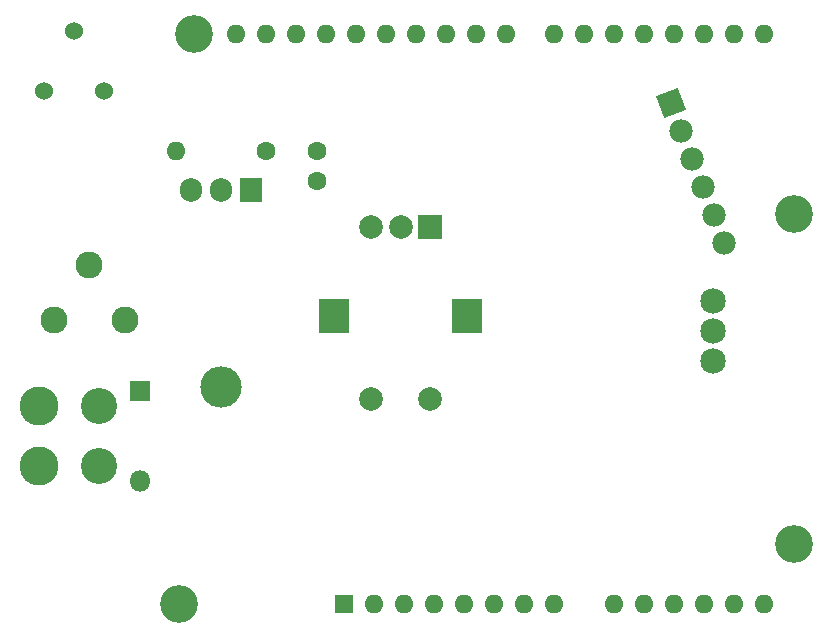
<source format=gbr>
%TF.GenerationSoftware,KiCad,Pcbnew,6.0.3-a3aad9c10e~116~ubuntu20.04.1*%
%TF.CreationDate,2022-03-20T15:10:46-04:00*%
%TF.ProjectId,Protogasm-Board-V2,50726f74-6f67-4617-936d-2d426f617264,rev?*%
%TF.SameCoordinates,PX68290a0PY76b1be0*%
%TF.FileFunction,Soldermask,Bot*%
%TF.FilePolarity,Negative*%
%FSLAX46Y46*%
G04 Gerber Fmt 4.6, Leading zero omitted, Abs format (unit mm)*
G04 Created by KiCad (PCBNEW 6.0.3-a3aad9c10e~116~ubuntu20.04.1) date 2022-03-20 15:10:46*
%MOMM*%
%LPD*%
G01*
G04 APERTURE LIST*
G04 Aperture macros list*
%AMRotRect*
0 Rectangle, with rotation*
0 The origin of the aperture is its center*
0 $1 length*
0 $2 width*
0 $3 Rotation angle, in degrees counterclockwise*
0 Add horizontal line*
21,1,$1,$2,0,0,$3*%
G04 Aperture macros list end*
%ADD10C,3.302000*%
%ADD11C,3.048000*%
%ADD12C,1.600000*%
%ADD13O,1.600000X1.600000*%
%ADD14R,2.000000X2.000000*%
%ADD15C,2.000000*%
%ADD16R,2.500000X3.000000*%
%ADD17O,3.500000X3.500000*%
%ADD18R,1.905000X2.000000*%
%ADD19O,1.905000X2.000000*%
%ADD20C,2.159000*%
%ADD21R,1.800000X1.800000*%
%ADD22O,1.800000X1.800000*%
%ADD23C,1.524000*%
%ADD24C,2.286000*%
%ADD25C,3.200000*%
%ADD26R,1.600000X1.600000*%
%ADD27RotRect,1.981200X1.981200X201.000000*%
%ADD28C,1.981200*%
G04 APERTURE END LIST*
D10*
%TO.C,M1*%
X2176500Y19304000D03*
X2176500Y14224000D03*
D11*
X7256500Y19304000D03*
X7256500Y14224000D03*
%TD*%
D12*
%TO.C,R1*%
X21336000Y40894000D03*
D13*
X13716000Y40894000D03*
%TD*%
D14*
%TO.C,SW1*%
X35266000Y34428000D03*
D15*
X30266000Y34428000D03*
X32766000Y34428000D03*
D16*
X38366000Y26928000D03*
X27166000Y26928000D03*
D15*
X35266000Y19928000D03*
X30266000Y19928000D03*
%TD*%
D12*
%TO.C,C1*%
X25654000Y38354000D03*
X25654000Y40854000D03*
%TD*%
D17*
%TO.C,Q1*%
X17526000Y20932000D03*
D18*
X20066000Y37592000D03*
D19*
X17526000Y37592000D03*
X14986000Y37592000D03*
%TD*%
D20*
%TO.C,J1*%
X59182000Y28194000D03*
X59182000Y25654000D03*
X59182000Y23114000D03*
%TD*%
D21*
%TO.C,D1*%
X10668000Y20574000D03*
D22*
X10668000Y12954000D03*
%TD*%
D23*
%TO.C,R2*%
X2540000Y45974000D03*
X5080000Y51054000D03*
X7620000Y45974000D03*
%TD*%
D24*
%TO.C,J2*%
X9398000Y26543000D03*
X3397999Y26543000D03*
X6398000Y31243000D03*
%TD*%
D25*
%TO.C,U1*%
X15240000Y50800000D03*
X66040000Y7620000D03*
X13970000Y2540000D03*
X66040000Y35560000D03*
D26*
X27940000Y2540000D03*
D13*
X30480000Y2540000D03*
X33020000Y2540000D03*
X35560000Y2540000D03*
X38100000Y2540000D03*
X40640000Y2540000D03*
X43180000Y2540000D03*
X45720000Y2540000D03*
X50800000Y2540000D03*
X53340000Y2540000D03*
X55880000Y2540000D03*
X58420000Y2540000D03*
X60960000Y2540000D03*
X63500000Y2540000D03*
X63500000Y50800000D03*
X60960000Y50800000D03*
X58420000Y50800000D03*
X55880000Y50800000D03*
X53340000Y50800000D03*
X50800000Y50800000D03*
X48260000Y50800000D03*
X45720000Y50800000D03*
X41660000Y50800000D03*
X39120000Y50800000D03*
X36580000Y50800000D03*
X34040000Y50800000D03*
X31500000Y50800000D03*
X28960000Y50800000D03*
X26420000Y50800000D03*
X23880000Y50800000D03*
X21340000Y50800000D03*
X18800000Y50800000D03*
%TD*%
D27*
%TO.C,U2*%
X55626000Y44958000D03*
D28*
X56536255Y42586706D03*
X57446509Y40215411D03*
X58356764Y37844117D03*
X59267018Y35472823D03*
X60177273Y33101529D03*
%TD*%
M02*

</source>
